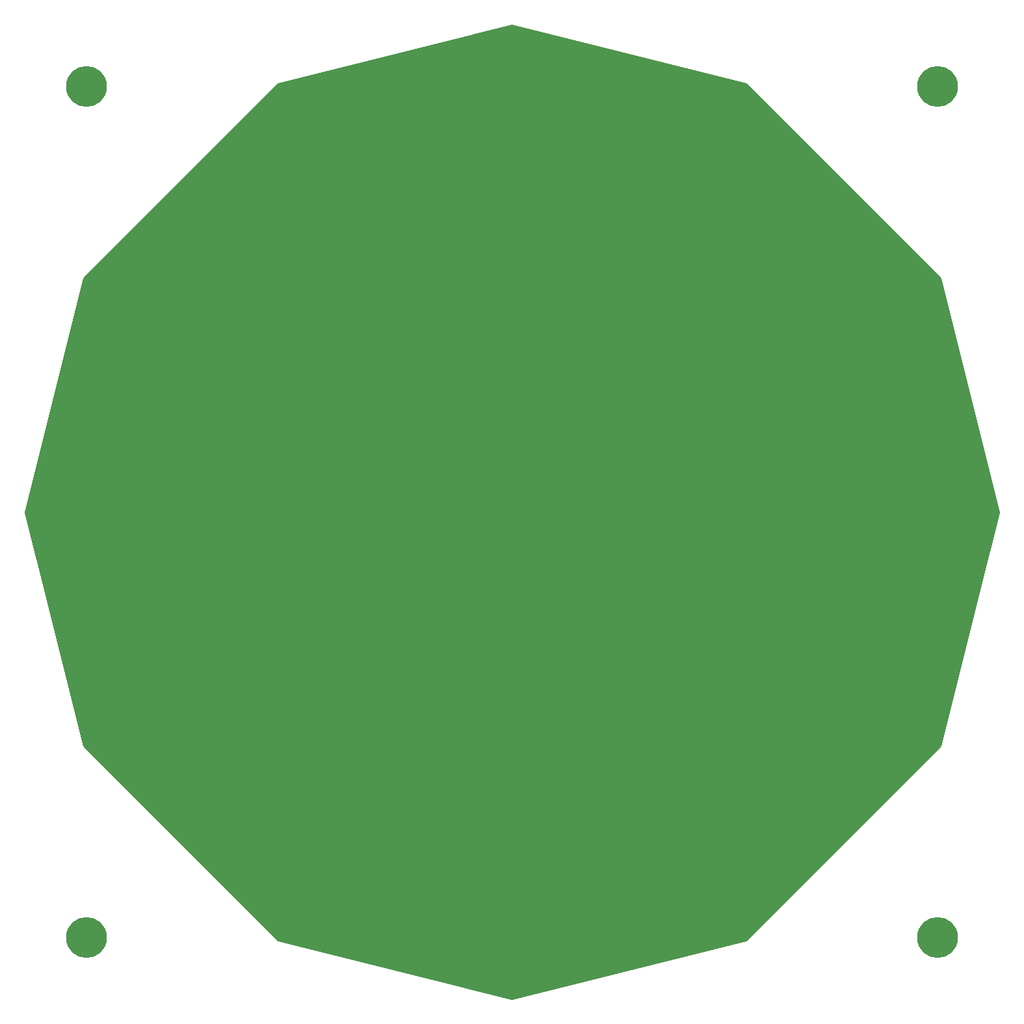
<source format=gbs>
G04 #@! TF.GenerationSoftware,KiCad,Pcbnew,(5.1.6)-1*
G04 #@! TF.CreationDate,2021-04-26T19:55:32-05:00*
G04 #@! TF.ProjectId,capstone-led,63617073-746f-46e6-952d-6c65642e6b69,rev?*
G04 #@! TF.SameCoordinates,Original*
G04 #@! TF.FileFunction,Soldermask,Bot*
G04 #@! TF.FilePolarity,Negative*
%FSLAX46Y46*%
G04 Gerber Fmt 4.6, Leading zero omitted, Abs format (unit mm)*
G04 Created by KiCad (PCBNEW (5.1.6)-1) date 2021-04-26 19:55:32*
%MOMM*%
%LPD*%
G01*
G04 APERTURE LIST*
%ADD10R,1.195000X1.390000*%
%ADD11R,1.430000X1.830000*%
%ADD12R,1.830000X1.430000*%
%ADD13R,1.390000X1.195000*%
%ADD14C,5.300000*%
%ADD15C,0.254000*%
G04 APERTURE END LIST*
G36*
G01*
X123472000Y-117420200D02*
X121892000Y-117420200D01*
G75*
G02*
X121832000Y-117360200I0J60000D01*
G01*
X121832000Y-116980200D01*
G75*
G02*
X121892000Y-116920200I60000J0D01*
G01*
X123472000Y-116920200D01*
G75*
G02*
X123532000Y-116980200I0J-60000D01*
G01*
X123532000Y-117360200D01*
G75*
G02*
X123472000Y-117420200I-60000J0D01*
G01*
G37*
G36*
G01*
X123472000Y-121484200D02*
X121892000Y-121484200D01*
G75*
G02*
X121832000Y-121424200I0J60000D01*
G01*
X121832000Y-121044200D01*
G75*
G02*
X121892000Y-120984200I60000J0D01*
G01*
X123472000Y-120984200D01*
G75*
G02*
X123532000Y-121044200I0J-60000D01*
G01*
X123532000Y-121424200D01*
G75*
G02*
X123472000Y-121484200I-60000J0D01*
G01*
G37*
G36*
G01*
X123472000Y-125548200D02*
X121892000Y-125548200D01*
G75*
G02*
X121832000Y-125488200I0J60000D01*
G01*
X121832000Y-125108200D01*
G75*
G02*
X121892000Y-125048200I60000J0D01*
G01*
X123472000Y-125048200D01*
G75*
G02*
X123532000Y-125108200I0J-60000D01*
G01*
X123532000Y-125488200D01*
G75*
G02*
X123472000Y-125548200I-60000J0D01*
G01*
G37*
G36*
G01*
X75181400Y-124946600D02*
X76761400Y-124946600D01*
G75*
G02*
X76821400Y-125006600I0J-60000D01*
G01*
X76821400Y-125386600D01*
G75*
G02*
X76761400Y-125446600I-60000J0D01*
G01*
X75181400Y-125446600D01*
G75*
G02*
X75121400Y-125386600I0J60000D01*
G01*
X75121400Y-125006600D01*
G75*
G02*
X75181400Y-124946600I60000J0D01*
G01*
G37*
G36*
G01*
X75181400Y-120882600D02*
X76761400Y-120882600D01*
G75*
G02*
X76821400Y-120942600I0J-60000D01*
G01*
X76821400Y-121322600D01*
G75*
G02*
X76761400Y-121382600I-60000J0D01*
G01*
X75181400Y-121382600D01*
G75*
G02*
X75121400Y-121322600I0J60000D01*
G01*
X75121400Y-120942600D01*
G75*
G02*
X75181400Y-120882600I60000J0D01*
G01*
G37*
G36*
G01*
X75181400Y-116818600D02*
X76761400Y-116818600D01*
G75*
G02*
X76821400Y-116878600I0J-60000D01*
G01*
X76821400Y-117258600D01*
G75*
G02*
X76761400Y-117318600I-60000J0D01*
G01*
X75181400Y-117318600D01*
G75*
G02*
X75121400Y-117258600I0J60000D01*
G01*
X75121400Y-116878600D01*
G75*
G02*
X75181400Y-116818600I60000J0D01*
G01*
G37*
G36*
G01*
X62361000Y-116156800D02*
X62361000Y-114576800D01*
G75*
G02*
X62421000Y-114516800I60000J0D01*
G01*
X62801000Y-114516800D01*
G75*
G02*
X62861000Y-114576800I0J-60000D01*
G01*
X62861000Y-116156800D01*
G75*
G02*
X62801000Y-116216800I-60000J0D01*
G01*
X62421000Y-116216800D01*
G75*
G02*
X62361000Y-116156800I0J60000D01*
G01*
G37*
G36*
G01*
X58297000Y-116156800D02*
X58297000Y-114576800D01*
G75*
G02*
X58357000Y-114516800I60000J0D01*
G01*
X58737000Y-114516800D01*
G75*
G02*
X58797000Y-114576800I0J-60000D01*
G01*
X58797000Y-116156800D01*
G75*
G02*
X58737000Y-116216800I-60000J0D01*
G01*
X58357000Y-116216800D01*
G75*
G02*
X58297000Y-116156800I0J60000D01*
G01*
G37*
G36*
G01*
X54233000Y-116156800D02*
X54233000Y-114576800D01*
G75*
G02*
X54293000Y-114516800I60000J0D01*
G01*
X54673000Y-114516800D01*
G75*
G02*
X54733000Y-114576800I0J-60000D01*
G01*
X54733000Y-116156800D01*
G75*
G02*
X54673000Y-116216800I-60000J0D01*
G01*
X54293000Y-116216800D01*
G75*
G02*
X54233000Y-116156800I0J60000D01*
G01*
G37*
G36*
G01*
X74291000Y-132356800D02*
X74291000Y-133936800D01*
G75*
G02*
X74231000Y-133996800I-60000J0D01*
G01*
X73851000Y-133996800D01*
G75*
G02*
X73791000Y-133936800I0J60000D01*
G01*
X73791000Y-132356800D01*
G75*
G02*
X73851000Y-132296800I60000J0D01*
G01*
X74231000Y-132296800D01*
G75*
G02*
X74291000Y-132356800I0J-60000D01*
G01*
G37*
G36*
G01*
X135733600Y-63776800D02*
X135733600Y-65356800D01*
G75*
G02*
X135673600Y-65416800I-60000J0D01*
G01*
X135293600Y-65416800D01*
G75*
G02*
X135233600Y-65356800I0J60000D01*
G01*
X135233600Y-63776800D01*
G75*
G02*
X135293600Y-63716800I60000J0D01*
G01*
X135673600Y-63716800D01*
G75*
G02*
X135733600Y-63776800I0J-60000D01*
G01*
G37*
G36*
G01*
X123141800Y-73224200D02*
X121561800Y-73224200D01*
G75*
G02*
X121501800Y-73164200I0J60000D01*
G01*
X121501800Y-72784200D01*
G75*
G02*
X121561800Y-72724200I60000J0D01*
G01*
X123141800Y-72724200D01*
G75*
G02*
X123201800Y-72784200I0J-60000D01*
G01*
X123201800Y-73164200D01*
G75*
G02*
X123141800Y-73224200I-60000J0D01*
G01*
G37*
G36*
G01*
X78380400Y-132356800D02*
X78380400Y-133936800D01*
G75*
G02*
X78320400Y-133996800I-60000J0D01*
G01*
X77940400Y-133996800D01*
G75*
G02*
X77880400Y-133936800I0J60000D01*
G01*
X77880400Y-132356800D01*
G75*
G02*
X77940400Y-132296800I60000J0D01*
G01*
X78320400Y-132296800D01*
G75*
G02*
X78380400Y-132356800I0J-60000D01*
G01*
G37*
G36*
G01*
X124083000Y-46586200D02*
X124083000Y-45006200D01*
G75*
G02*
X124143000Y-44946200I60000J0D01*
G01*
X124523000Y-44946200D01*
G75*
G02*
X124583000Y-45006200I0J-60000D01*
G01*
X124583000Y-46586200D01*
G75*
G02*
X124523000Y-46646200I-60000J0D01*
G01*
X124143000Y-46646200D01*
G75*
G02*
X124083000Y-46586200I0J60000D01*
G01*
G37*
G36*
G01*
X123141800Y-77186600D02*
X121561800Y-77186600D01*
G75*
G02*
X121501800Y-77126600I0J60000D01*
G01*
X121501800Y-76746600D01*
G75*
G02*
X121561800Y-76686600I60000J0D01*
G01*
X123141800Y-76686600D01*
G75*
G02*
X123201800Y-76746600I0J-60000D01*
G01*
X123201800Y-77126600D01*
G75*
G02*
X123141800Y-77186600I-60000J0D01*
G01*
G37*
G36*
G01*
X82368200Y-132356800D02*
X82368200Y-133936800D01*
G75*
G02*
X82308200Y-133996800I-60000J0D01*
G01*
X81928200Y-133996800D01*
G75*
G02*
X81868200Y-133936800I0J60000D01*
G01*
X81868200Y-132356800D01*
G75*
G02*
X81928200Y-132296800I60000J0D01*
G01*
X82308200Y-132296800D01*
G75*
G02*
X82368200Y-132356800I0J-60000D01*
G01*
G37*
G36*
G01*
X120019000Y-46586200D02*
X120019000Y-45006200D01*
G75*
G02*
X120079000Y-44946200I60000J0D01*
G01*
X120459000Y-44946200D01*
G75*
G02*
X120519000Y-45006200I0J-60000D01*
G01*
X120519000Y-46586200D01*
G75*
G02*
X120459000Y-46646200I-60000J0D01*
G01*
X120079000Y-46646200D01*
G75*
G02*
X120019000Y-46586200I0J60000D01*
G01*
G37*
G36*
G01*
X133125400Y-90731400D02*
X133125400Y-89151400D01*
G75*
G02*
X133185400Y-89091400I60000J0D01*
G01*
X133565400Y-89091400D01*
G75*
G02*
X133625400Y-89151400I0J-60000D01*
G01*
X133625400Y-90731400D01*
G75*
G02*
X133565400Y-90791400I-60000J0D01*
G01*
X133185400Y-90791400D01*
G75*
G02*
X133125400Y-90731400I0J60000D01*
G01*
G37*
G36*
G01*
X95246000Y-137995600D02*
X95246000Y-139575600D01*
G75*
G02*
X95186000Y-139635600I-60000J0D01*
G01*
X94806000Y-139635600D01*
G75*
G02*
X94746000Y-139575600I0J60000D01*
G01*
X94746000Y-137995600D01*
G75*
G02*
X94806000Y-137935600I60000J0D01*
G01*
X95186000Y-137935600D01*
G75*
G02*
X95246000Y-137995600I0J-60000D01*
G01*
G37*
G36*
G01*
X115980400Y-46586200D02*
X115980400Y-45006200D01*
G75*
G02*
X116040400Y-44946200I60000J0D01*
G01*
X116420400Y-44946200D01*
G75*
G02*
X116480400Y-45006200I0J-60000D01*
G01*
X116480400Y-46586200D01*
G75*
G02*
X116420400Y-46646200I-60000J0D01*
G01*
X116040400Y-46646200D01*
G75*
G02*
X115980400Y-46586200I0J60000D01*
G01*
G37*
G36*
G01*
X129086800Y-90731400D02*
X129086800Y-89151400D01*
G75*
G02*
X129146800Y-89091400I60000J0D01*
G01*
X129526800Y-89091400D01*
G75*
G02*
X129586800Y-89151400I0J-60000D01*
G01*
X129586800Y-90731400D01*
G75*
G02*
X129526800Y-90791400I-60000J0D01*
G01*
X129146800Y-90791400D01*
G75*
G02*
X129086800Y-90731400I0J60000D01*
G01*
G37*
G36*
G01*
X99310000Y-137995600D02*
X99310000Y-139575600D01*
G75*
G02*
X99250000Y-139635600I-60000J0D01*
G01*
X98870000Y-139635600D01*
G75*
G02*
X98810000Y-139575600I0J60000D01*
G01*
X98810000Y-137995600D01*
G75*
G02*
X98870000Y-137935600I60000J0D01*
G01*
X99250000Y-137935600D01*
G75*
G02*
X99310000Y-137995600I0J-60000D01*
G01*
G37*
G36*
G01*
X102823200Y-41912600D02*
X102823200Y-40332600D01*
G75*
G02*
X102883200Y-40272600I60000J0D01*
G01*
X103263200Y-40272600D01*
G75*
G02*
X103323200Y-40332600I0J-60000D01*
G01*
X103323200Y-41912600D01*
G75*
G02*
X103263200Y-41972600I-60000J0D01*
G01*
X102883200Y-41972600D01*
G75*
G02*
X102823200Y-41912600I0J60000D01*
G01*
G37*
G36*
G01*
X125022800Y-90731400D02*
X125022800Y-89151400D01*
G75*
G02*
X125082800Y-89091400I60000J0D01*
G01*
X125462800Y-89091400D01*
G75*
G02*
X125522800Y-89151400I0J-60000D01*
G01*
X125522800Y-90731400D01*
G75*
G02*
X125462800Y-90791400I-60000J0D01*
G01*
X125082800Y-90791400D01*
G75*
G02*
X125022800Y-90731400I0J60000D01*
G01*
G37*
G36*
G01*
X103374000Y-137995600D02*
X103374000Y-139575600D01*
G75*
G02*
X103314000Y-139635600I-60000J0D01*
G01*
X102934000Y-139635600D01*
G75*
G02*
X102874000Y-139575600I0J60000D01*
G01*
X102874000Y-137995600D01*
G75*
G02*
X102934000Y-137935600I60000J0D01*
G01*
X103314000Y-137935600D01*
G75*
G02*
X103374000Y-137995600I0J-60000D01*
G01*
G37*
G36*
G01*
X98810000Y-41912600D02*
X98810000Y-40332600D01*
G75*
G02*
X98870000Y-40272600I60000J0D01*
G01*
X99250000Y-40272600D01*
G75*
G02*
X99310000Y-40332600I0J-60000D01*
G01*
X99310000Y-41912600D01*
G75*
G02*
X99250000Y-41972600I-60000J0D01*
G01*
X98870000Y-41972600D01*
G75*
G02*
X98810000Y-41912600I0J60000D01*
G01*
G37*
G36*
G01*
X112881600Y-90731400D02*
X112881600Y-89151400D01*
G75*
G02*
X112941600Y-89091400I60000J0D01*
G01*
X113321600Y-89091400D01*
G75*
G02*
X113381600Y-89151400I0J-60000D01*
G01*
X113381600Y-90731400D01*
G75*
G02*
X113321600Y-90791400I-60000J0D01*
G01*
X112941600Y-90791400D01*
G75*
G02*
X112881600Y-90731400I0J60000D01*
G01*
G37*
G36*
G01*
X116302600Y-132407600D02*
X116302600Y-133987600D01*
G75*
G02*
X116242600Y-134047600I-60000J0D01*
G01*
X115862600Y-134047600D01*
G75*
G02*
X115802600Y-133987600I0J60000D01*
G01*
X115802600Y-132407600D01*
G75*
G02*
X115862600Y-132347600I60000J0D01*
G01*
X116242600Y-132347600D01*
G75*
G02*
X116302600Y-132407600I0J-60000D01*
G01*
G37*
G36*
G01*
X94746000Y-41912600D02*
X94746000Y-40332600D01*
G75*
G02*
X94806000Y-40272600I60000J0D01*
G01*
X95186000Y-40272600D01*
G75*
G02*
X95246000Y-40332600I0J-60000D01*
G01*
X95246000Y-41912600D01*
G75*
G02*
X95186000Y-41972600I-60000J0D01*
G01*
X94806000Y-41972600D01*
G75*
G02*
X94746000Y-41912600I0J60000D01*
G01*
G37*
G36*
G01*
X108792200Y-90731400D02*
X108792200Y-89151400D01*
G75*
G02*
X108852200Y-89091400I60000J0D01*
G01*
X109232200Y-89091400D01*
G75*
G02*
X109292200Y-89151400I0J-60000D01*
G01*
X109292200Y-90731400D01*
G75*
G02*
X109232200Y-90791400I-60000J0D01*
G01*
X108852200Y-90791400D01*
G75*
G02*
X108792200Y-90731400I0J60000D01*
G01*
G37*
G36*
G01*
X120392000Y-132407600D02*
X120392000Y-133987600D01*
G75*
G02*
X120332000Y-134047600I-60000J0D01*
G01*
X119952000Y-134047600D01*
G75*
G02*
X119892000Y-133987600I0J60000D01*
G01*
X119892000Y-132407600D01*
G75*
G02*
X119952000Y-132347600I60000J0D01*
G01*
X120332000Y-132347600D01*
G75*
G02*
X120392000Y-132407600I0J-60000D01*
G01*
G37*
G36*
G01*
X81665000Y-46764000D02*
X81665000Y-45184000D01*
G75*
G02*
X81725000Y-45124000I60000J0D01*
G01*
X82105000Y-45124000D01*
G75*
G02*
X82165000Y-45184000I0J-60000D01*
G01*
X82165000Y-46764000D01*
G75*
G02*
X82105000Y-46824000I-60000J0D01*
G01*
X81725000Y-46824000D01*
G75*
G02*
X81665000Y-46764000I0J60000D01*
G01*
G37*
G36*
G01*
X104753600Y-90731400D02*
X104753600Y-89151400D01*
G75*
G02*
X104813600Y-89091400I60000J0D01*
G01*
X105193600Y-89091400D01*
G75*
G02*
X105253600Y-89151400I0J-60000D01*
G01*
X105253600Y-90731400D01*
G75*
G02*
X105193600Y-90791400I-60000J0D01*
G01*
X104813600Y-90791400D01*
G75*
G02*
X104753600Y-90731400I0J60000D01*
G01*
G37*
G36*
G01*
X124430600Y-132407600D02*
X124430600Y-133987600D01*
G75*
G02*
X124370600Y-134047600I-60000J0D01*
G01*
X123990600Y-134047600D01*
G75*
G02*
X123930600Y-133987600I0J60000D01*
G01*
X123930600Y-132407600D01*
G75*
G02*
X123990600Y-132347600I60000J0D01*
G01*
X124370600Y-132347600D01*
G75*
G02*
X124430600Y-132407600I0J-60000D01*
G01*
G37*
G36*
G01*
X77677200Y-46764000D02*
X77677200Y-45184000D01*
G75*
G02*
X77737200Y-45124000I60000J0D01*
G01*
X78117200Y-45124000D01*
G75*
G02*
X78177200Y-45184000I0J-60000D01*
G01*
X78177200Y-46764000D01*
G75*
G02*
X78117200Y-46824000I-60000J0D01*
G01*
X77737200Y-46824000D01*
G75*
G02*
X77677200Y-46764000I0J60000D01*
G01*
G37*
G36*
G01*
X92612400Y-90731400D02*
X92612400Y-89151400D01*
G75*
G02*
X92672400Y-89091400I60000J0D01*
G01*
X93052400Y-89091400D01*
G75*
G02*
X93112400Y-89151400I0J-60000D01*
G01*
X93112400Y-90731400D01*
G75*
G02*
X93052400Y-90791400I-60000J0D01*
G01*
X92672400Y-90791400D01*
G75*
G02*
X92612400Y-90731400I0J60000D01*
G01*
G37*
G36*
G01*
X135708200Y-114551400D02*
X135708200Y-116131400D01*
G75*
G02*
X135648200Y-116191400I-60000J0D01*
G01*
X135268200Y-116191400D01*
G75*
G02*
X135208200Y-116131400I0J60000D01*
G01*
X135208200Y-114551400D01*
G75*
G02*
X135268200Y-114491400I60000J0D01*
G01*
X135648200Y-114491400D01*
G75*
G02*
X135708200Y-114551400I0J-60000D01*
G01*
G37*
G36*
G01*
X73587800Y-46764000D02*
X73587800Y-45184000D01*
G75*
G02*
X73647800Y-45124000I60000J0D01*
G01*
X74027800Y-45124000D01*
G75*
G02*
X74087800Y-45184000I0J-60000D01*
G01*
X74087800Y-46764000D01*
G75*
G02*
X74027800Y-46824000I-60000J0D01*
G01*
X73647800Y-46824000D01*
G75*
G02*
X73587800Y-46764000I0J60000D01*
G01*
G37*
G36*
G01*
X88523000Y-90731400D02*
X88523000Y-89151400D01*
G75*
G02*
X88583000Y-89091400I60000J0D01*
G01*
X88963000Y-89091400D01*
G75*
G02*
X89023000Y-89151400I0J-60000D01*
G01*
X89023000Y-90731400D01*
G75*
G02*
X88963000Y-90791400I-60000J0D01*
G01*
X88583000Y-90791400D01*
G75*
G02*
X88523000Y-90731400I0J60000D01*
G01*
G37*
G36*
G01*
X139797600Y-114551400D02*
X139797600Y-116131400D01*
G75*
G02*
X139737600Y-116191400I-60000J0D01*
G01*
X139357600Y-116191400D01*
G75*
G02*
X139297600Y-116131400I0J60000D01*
G01*
X139297600Y-114551400D01*
G75*
G02*
X139357600Y-114491400I60000J0D01*
G01*
X139737600Y-114491400D01*
G75*
G02*
X139797600Y-114551400I0J-60000D01*
G01*
G37*
G36*
G01*
X53996400Y-63776800D02*
X53996400Y-65356800D01*
G75*
G02*
X53936400Y-65416800I-60000J0D01*
G01*
X53556400Y-65416800D01*
G75*
G02*
X53496400Y-65356800I0J60000D01*
G01*
X53496400Y-63776800D01*
G75*
G02*
X53556400Y-63716800I60000J0D01*
G01*
X53936400Y-63716800D01*
G75*
G02*
X53996400Y-63776800I0J-60000D01*
G01*
G37*
G36*
G01*
X84509800Y-90731400D02*
X84509800Y-89151400D01*
G75*
G02*
X84569800Y-89091400I60000J0D01*
G01*
X84949800Y-89091400D01*
G75*
G02*
X85009800Y-89151400I0J-60000D01*
G01*
X85009800Y-90731400D01*
G75*
G02*
X84949800Y-90791400I-60000J0D01*
G01*
X84569800Y-90791400D01*
G75*
G02*
X84509800Y-90731400I0J60000D01*
G01*
G37*
G36*
G01*
X143836200Y-114551400D02*
X143836200Y-116131400D01*
G75*
G02*
X143776200Y-116191400I-60000J0D01*
G01*
X143396200Y-116191400D01*
G75*
G02*
X143336200Y-116131400I0J60000D01*
G01*
X143336200Y-114551400D01*
G75*
G02*
X143396200Y-114491400I60000J0D01*
G01*
X143776200Y-114491400D01*
G75*
G02*
X143836200Y-114551400I0J-60000D01*
G01*
G37*
G36*
G01*
X58035000Y-63776800D02*
X58035000Y-65356800D01*
G75*
G02*
X57975000Y-65416800I-60000J0D01*
G01*
X57595000Y-65416800D01*
G75*
G02*
X57535000Y-65356800I0J60000D01*
G01*
X57535000Y-63776800D01*
G75*
G02*
X57595000Y-63716800I60000J0D01*
G01*
X57975000Y-63716800D01*
G75*
G02*
X58035000Y-63776800I0J-60000D01*
G01*
G37*
G36*
G01*
X72343200Y-90731400D02*
X72343200Y-89151400D01*
G75*
G02*
X72403200Y-89091400I60000J0D01*
G01*
X72783200Y-89091400D01*
G75*
G02*
X72843200Y-89151400I0J-60000D01*
G01*
X72843200Y-90731400D01*
G75*
G02*
X72783200Y-90791400I-60000J0D01*
G01*
X72403200Y-90791400D01*
G75*
G02*
X72343200Y-90731400I0J60000D01*
G01*
G37*
G36*
G01*
X145868200Y-89151400D02*
X145868200Y-90731400D01*
G75*
G02*
X145808200Y-90791400I-60000J0D01*
G01*
X145428200Y-90791400D01*
G75*
G02*
X145368200Y-90731400I0J60000D01*
G01*
X145368200Y-89151400D01*
G75*
G02*
X145428200Y-89091400I60000J0D01*
G01*
X145808200Y-89091400D01*
G75*
G02*
X145868200Y-89151400I0J-60000D01*
G01*
G37*
G36*
G01*
X62099000Y-63776800D02*
X62099000Y-65356800D01*
G75*
G02*
X62039000Y-65416800I-60000J0D01*
G01*
X61659000Y-65416800D01*
G75*
G02*
X61599000Y-65356800I0J60000D01*
G01*
X61599000Y-63776800D01*
G75*
G02*
X61659000Y-63716800I60000J0D01*
G01*
X62039000Y-63716800D01*
G75*
G02*
X62099000Y-63776800I0J-60000D01*
G01*
G37*
G36*
G01*
X68279200Y-90731400D02*
X68279200Y-89151400D01*
G75*
G02*
X68339200Y-89091400I60000J0D01*
G01*
X68719200Y-89091400D01*
G75*
G02*
X68779200Y-89151400I0J-60000D01*
G01*
X68779200Y-90731400D01*
G75*
G02*
X68719200Y-90791400I-60000J0D01*
G01*
X68339200Y-90791400D01*
G75*
G02*
X68279200Y-90731400I0J60000D01*
G01*
G37*
G36*
G01*
X149881400Y-89151400D02*
X149881400Y-90731400D01*
G75*
G02*
X149821400Y-90791400I-60000J0D01*
G01*
X149441400Y-90791400D01*
G75*
G02*
X149381400Y-90731400I0J60000D01*
G01*
X149381400Y-89151400D01*
G75*
G02*
X149441400Y-89091400I60000J0D01*
G01*
X149821400Y-89091400D01*
G75*
G02*
X149881400Y-89151400I0J-60000D01*
G01*
G37*
G36*
G01*
X76685200Y-73224200D02*
X75105200Y-73224200D01*
G75*
G02*
X75045200Y-73164200I0J60000D01*
G01*
X75045200Y-72784200D01*
G75*
G02*
X75105200Y-72724200I60000J0D01*
G01*
X76685200Y-72724200D01*
G75*
G02*
X76745200Y-72784200I0J-60000D01*
G01*
X76745200Y-73164200D01*
G75*
G02*
X76685200Y-73224200I-60000J0D01*
G01*
G37*
G36*
G01*
X64240600Y-90731400D02*
X64240600Y-89151400D01*
G75*
G02*
X64300600Y-89091400I60000J0D01*
G01*
X64680600Y-89091400D01*
G75*
G02*
X64740600Y-89151400I0J-60000D01*
G01*
X64740600Y-90731400D01*
G75*
G02*
X64680600Y-90791400I-60000J0D01*
G01*
X64300600Y-90791400D01*
G75*
G02*
X64240600Y-90731400I0J60000D01*
G01*
G37*
G36*
G01*
X153894600Y-89151400D02*
X153894600Y-90731400D01*
G75*
G02*
X153834600Y-90791400I-60000J0D01*
G01*
X153454600Y-90791400D01*
G75*
G02*
X153394600Y-90731400I0J60000D01*
G01*
X153394600Y-89151400D01*
G75*
G02*
X153454600Y-89091400I60000J0D01*
G01*
X153834600Y-89091400D01*
G75*
G02*
X153894600Y-89151400I0J-60000D01*
G01*
G37*
G36*
G01*
X76685200Y-77212000D02*
X75105200Y-77212000D01*
G75*
G02*
X75045200Y-77152000I0J60000D01*
G01*
X75045200Y-76772000D01*
G75*
G02*
X75105200Y-76712000I60000J0D01*
G01*
X76685200Y-76712000D01*
G75*
G02*
X76745200Y-76772000I0J-60000D01*
G01*
X76745200Y-77152000D01*
G75*
G02*
X76685200Y-77212000I-60000J0D01*
G01*
G37*
G36*
G01*
X52023200Y-90731400D02*
X52023200Y-89151400D01*
G75*
G02*
X52083200Y-89091400I60000J0D01*
G01*
X52463200Y-89091400D01*
G75*
G02*
X52523200Y-89151400I0J-60000D01*
G01*
X52523200Y-90731400D01*
G75*
G02*
X52463200Y-90791400I-60000J0D01*
G01*
X52083200Y-90791400D01*
G75*
G02*
X52023200Y-90731400I0J60000D01*
G01*
G37*
G36*
G01*
X143361600Y-65356800D02*
X143361600Y-63776800D01*
G75*
G02*
X143421600Y-63716800I60000J0D01*
G01*
X143801600Y-63716800D01*
G75*
G02*
X143861600Y-63776800I0J-60000D01*
G01*
X143861600Y-65356800D01*
G75*
G02*
X143801600Y-65416800I-60000J0D01*
G01*
X143421600Y-65416800D01*
G75*
G02*
X143361600Y-65356800I0J60000D01*
G01*
G37*
G36*
G01*
X76685200Y-81276000D02*
X75105200Y-81276000D01*
G75*
G02*
X75045200Y-81216000I0J60000D01*
G01*
X75045200Y-80836000D01*
G75*
G02*
X75105200Y-80776000I60000J0D01*
G01*
X76685200Y-80776000D01*
G75*
G02*
X76745200Y-80836000I0J-60000D01*
G01*
X76745200Y-81216000D01*
G75*
G02*
X76685200Y-81276000I-60000J0D01*
G01*
G37*
G36*
G01*
X47984600Y-90731400D02*
X47984600Y-89151400D01*
G75*
G02*
X48044600Y-89091400I60000J0D01*
G01*
X48424600Y-89091400D01*
G75*
G02*
X48484600Y-89151400I0J-60000D01*
G01*
X48484600Y-90731400D01*
G75*
G02*
X48424600Y-90791400I-60000J0D01*
G01*
X48044600Y-90791400D01*
G75*
G02*
X47984600Y-90731400I0J60000D01*
G01*
G37*
G36*
G01*
X139297600Y-65356800D02*
X139297600Y-63776800D01*
G75*
G02*
X139357600Y-63716800I60000J0D01*
G01*
X139737600Y-63716800D01*
G75*
G02*
X139797600Y-63776800I0J-60000D01*
G01*
X139797600Y-65356800D01*
G75*
G02*
X139737600Y-65416800I-60000J0D01*
G01*
X139357600Y-65416800D01*
G75*
G02*
X139297600Y-65356800I0J60000D01*
G01*
G37*
G36*
G01*
X121561800Y-80725200D02*
X123141800Y-80725200D01*
G75*
G02*
X123201800Y-80785200I0J-60000D01*
G01*
X123201800Y-81165200D01*
G75*
G02*
X123141800Y-81225200I-60000J0D01*
G01*
X121561800Y-81225200D01*
G75*
G02*
X121501800Y-81165200I0J60000D01*
G01*
X121501800Y-80785200D01*
G75*
G02*
X121561800Y-80725200I60000J0D01*
G01*
G37*
G36*
G01*
X43946000Y-90731400D02*
X43946000Y-89151400D01*
G75*
G02*
X44006000Y-89091400I60000J0D01*
G01*
X44386000Y-89091400D01*
G75*
G02*
X44446000Y-89151400I0J-60000D01*
G01*
X44446000Y-90731400D01*
G75*
G02*
X44386000Y-90791400I-60000J0D01*
G01*
X44006000Y-90791400D01*
G75*
G02*
X43946000Y-90731400I0J60000D01*
G01*
G37*
D10*
X116419840Y-121928240D03*
X116419840Y-120538240D03*
X117614840Y-121928240D03*
X117614840Y-120538240D03*
X118809840Y-121928240D03*
X118809840Y-120538240D03*
X120004840Y-121928240D03*
X120004840Y-120538240D03*
X82258960Y-120432160D03*
X82258960Y-121822160D03*
X81063960Y-120432160D03*
X81063960Y-121822160D03*
X79868960Y-120432160D03*
X79868960Y-121822160D03*
X78673960Y-120432160D03*
X78673960Y-121822160D03*
X110146040Y-121928240D03*
X110146040Y-120538240D03*
X111341040Y-121928240D03*
X111341040Y-120538240D03*
X112536040Y-121928240D03*
X112536040Y-120538240D03*
X113731040Y-121928240D03*
X113731040Y-120538240D03*
X88558160Y-120438560D03*
X88558160Y-121828560D03*
X87363160Y-120438560D03*
X87363160Y-121828560D03*
X86168160Y-120438560D03*
X86168160Y-121828560D03*
X84973160Y-120438560D03*
X84973160Y-121828560D03*
D11*
X143913860Y-67869400D03*
X145341340Y-67869400D03*
X126062740Y-57733600D03*
X124635260Y-57733600D03*
X103426260Y-56718800D03*
X104853740Y-56718800D03*
X77188060Y-61570200D03*
X78615540Y-61570200D03*
X52016660Y-80163000D03*
X53444140Y-80163000D03*
X145341340Y-76504200D03*
X143913860Y-76504200D03*
X124635260Y-61392400D03*
X126062740Y-61392400D03*
X98346260Y-56718800D03*
X99773740Y-56718800D03*
X72108060Y-61570200D03*
X73535540Y-61570200D03*
D12*
X79426400Y-72621140D03*
X79426400Y-71193660D03*
D11*
X143913860Y-80162400D03*
X145341340Y-80162400D03*
X119555260Y-61392400D03*
X120982740Y-61392400D03*
X93266260Y-56718800D03*
X94693740Y-56718800D03*
X62176660Y-68098000D03*
X63604140Y-68098000D03*
D12*
X87832600Y-71193660D03*
X87832600Y-72621140D03*
D11*
X114449860Y-61391800D03*
X115877340Y-61391800D03*
X82242660Y-49505200D03*
X83670140Y-49505200D03*
X63604140Y-76504200D03*
X62176660Y-76504200D03*
D12*
X91491400Y-72621140D03*
X91491400Y-71193660D03*
D11*
X133753860Y-80163000D03*
X135181340Y-80163000D03*
X103413460Y-44653800D03*
X104840940Y-44653800D03*
X83670140Y-57911400D03*
X82242660Y-57911400D03*
X62176660Y-80163000D03*
X63604140Y-80163000D03*
D12*
X91491400Y-77701140D03*
X91491400Y-76273660D03*
D11*
X124635260Y-49098800D03*
X126062740Y-49098800D03*
X104853740Y-53060000D03*
X103426260Y-53060000D03*
X82268060Y-61570200D03*
X83695540Y-61570200D03*
X57096660Y-80163000D03*
X58524140Y-80163000D03*
D12*
X91491400Y-82781140D03*
X91491400Y-81353660D03*
X118821200Y-81277460D03*
X118821200Y-82704940D03*
D11*
X135130540Y-101878800D03*
X133703060Y-101878800D03*
X113408460Y-105537600D03*
X114835940Y-105537600D03*
X88084660Y-105537600D03*
X89512140Y-105537600D03*
X62735460Y-105537000D03*
X64162940Y-105537000D03*
D12*
X110414400Y-82704940D03*
X110414400Y-81277460D03*
D11*
X133703060Y-105537600D03*
X135130540Y-105537600D03*
X83004660Y-105537000D03*
X84432140Y-105537000D03*
X52600860Y-93244000D03*
X54028340Y-93244000D03*
D12*
X106755600Y-81277460D03*
X106755600Y-82704940D03*
D11*
X128623060Y-105537600D03*
X130050540Y-105537600D03*
X103248460Y-105537600D03*
X104675940Y-105537600D03*
X72895460Y-93244000D03*
X74322940Y-93244000D03*
X54028340Y-101878800D03*
X52600860Y-101878800D03*
D12*
X106755600Y-76197460D03*
X106755600Y-77624940D03*
D11*
X123543060Y-105537600D03*
X124970540Y-105537600D03*
X93164660Y-93244000D03*
X94592140Y-93244000D03*
X74322940Y-101878800D03*
X72895460Y-101878800D03*
X52600860Y-105537000D03*
X54028340Y-105537000D03*
D12*
X106755600Y-71168260D03*
X106755600Y-72595740D03*
D11*
X94592140Y-101878800D03*
X93164660Y-101878800D03*
X72895460Y-105537000D03*
X74322940Y-105537000D03*
X47520860Y-105537000D03*
X48948340Y-105537000D03*
X133703060Y-93244000D03*
X135130540Y-93244000D03*
X114835940Y-101878800D03*
X113408460Y-101878800D03*
X93164660Y-105537600D03*
X94592140Y-105537600D03*
X67815460Y-105537000D03*
X69242940Y-105537000D03*
X42440860Y-105537000D03*
X43868340Y-105537000D03*
X62913260Y-118669400D03*
X64340740Y-118669400D03*
X83924140Y-145109600D03*
X82496660Y-145109600D03*
X103426260Y-154407200D03*
X104853740Y-154407200D03*
X119428260Y-148793800D03*
X120855740Y-148793800D03*
X133753860Y-130937000D03*
X135181340Y-130937000D03*
X64340740Y-127304200D03*
X62913260Y-127304200D03*
X82496660Y-148768400D03*
X83924140Y-148768400D03*
X98346260Y-154407200D03*
X99773740Y-154407200D03*
X114348260Y-148793800D03*
X115775740Y-148793800D03*
X153984860Y-93244000D03*
X155412340Y-93244000D03*
X145265140Y-101878800D03*
X143837660Y-101878800D03*
X93279060Y-44653800D03*
X94706540Y-44653800D03*
X53444140Y-76504200D03*
X52016660Y-76504200D03*
X123543060Y-93244000D03*
X124970540Y-93244000D03*
X84432140Y-101878800D03*
X83004660Y-101878800D03*
X62913260Y-130963000D03*
X64340740Y-130963000D03*
X77416660Y-148768400D03*
X78844140Y-148768400D03*
X93266260Y-154407200D03*
X94693740Y-154407200D03*
X143913860Y-118644000D03*
X145341340Y-118644000D03*
X155425140Y-101878800D03*
X153997660Y-101878800D03*
X135176260Y-76504200D03*
X133748780Y-76504200D03*
X94693740Y-53060000D03*
X93266260Y-53060000D03*
D12*
X79426400Y-82781140D03*
X79426400Y-81353660D03*
D11*
X124970540Y-101878800D03*
X123543060Y-101878800D03*
X62735460Y-93244000D03*
X64162940Y-93244000D03*
X57833260Y-130963000D03*
X59260740Y-130963000D03*
X72336660Y-148768400D03*
X73764140Y-148768400D03*
X124508260Y-136500200D03*
X125935740Y-136500200D03*
X145341340Y-127278800D03*
X143913860Y-127278800D03*
X153997660Y-105537600D03*
X155425140Y-105537600D03*
X133748880Y-67862800D03*
X135176360Y-67862800D03*
X72108060Y-49505200D03*
X73535540Y-49505200D03*
D12*
X87832600Y-81328260D03*
X87832600Y-82755740D03*
D11*
X103273860Y-93244000D03*
X104701340Y-93244000D03*
X64162940Y-101878800D03*
X62735460Y-101878800D03*
X103426260Y-142113600D03*
X104853740Y-142113600D03*
X125935740Y-145135000D03*
X124508260Y-145135000D03*
X143913860Y-130937000D03*
X145341340Y-130937000D03*
X148892260Y-105537600D03*
X150319740Y-105537600D03*
X114475260Y-49098800D03*
X115902740Y-49098800D03*
X73535540Y-57911400D03*
X72108060Y-57911400D03*
D12*
X119049200Y-71168260D03*
X119049200Y-72595740D03*
D11*
X104688740Y-101878800D03*
X103261260Y-101878800D03*
X42440860Y-93244000D03*
X43868340Y-93244000D03*
X82496660Y-136474800D03*
X83924140Y-136474800D03*
X104828340Y-150748400D03*
X103400860Y-150748400D03*
X124508260Y-148793800D03*
X125935740Y-148793800D03*
X138833860Y-130937600D03*
X140261340Y-130937600D03*
X143837660Y-105537600D03*
X145265140Y-105537600D03*
X115877340Y-57733600D03*
X114449860Y-57733600D03*
X52016660Y-68097400D03*
X53444140Y-68097400D03*
D12*
X110414400Y-72593100D03*
X110414400Y-71165620D03*
D11*
X83004660Y-93244000D03*
X84432140Y-93244000D03*
X43868340Y-101878800D03*
X42440860Y-101878800D03*
D13*
X57852960Y-124370040D03*
X59242960Y-124370040D03*
X57852960Y-125565040D03*
X59242960Y-125565040D03*
X57852960Y-126760040D03*
X59242960Y-126760040D03*
X57852960Y-127955040D03*
X59242960Y-127955040D03*
X140241640Y-77153560D03*
X138851640Y-77153560D03*
X140241640Y-75958560D03*
X138851640Y-75958560D03*
X140241640Y-74763560D03*
X138851640Y-74763560D03*
X140241640Y-73568560D03*
X138851640Y-73568560D03*
D10*
X109765040Y-77605240D03*
X109765040Y-76215240D03*
X110960040Y-77605240D03*
X110960040Y-76215240D03*
X112155040Y-77605240D03*
X112155040Y-76215240D03*
X113350040Y-77605240D03*
X113350040Y-76215240D03*
D13*
X57852960Y-118020040D03*
X59242960Y-118020040D03*
X57852960Y-119215040D03*
X59242960Y-119215040D03*
X57852960Y-120410040D03*
X59242960Y-120410040D03*
X57852960Y-121605040D03*
X59242960Y-121605040D03*
X138853560Y-67220040D03*
X140243560Y-67220040D03*
X138853560Y-68415040D03*
X140243560Y-68415040D03*
X138853560Y-69610040D03*
X140243560Y-69610040D03*
X138853560Y-70805040D03*
X140243560Y-70805040D03*
D10*
X119698560Y-76217160D03*
X119698560Y-77607160D03*
X118503560Y-76217160D03*
X118503560Y-77607160D03*
X117308560Y-76217160D03*
X117308560Y-77607160D03*
X116113560Y-76217160D03*
X116113560Y-77607160D03*
D13*
X77436360Y-142175440D03*
X78826360Y-142175440D03*
X77436360Y-143370440D03*
X78826360Y-143370440D03*
X77436360Y-144565440D03*
X78826360Y-144565440D03*
X77436360Y-145760440D03*
X78826360Y-145760440D03*
X120963040Y-58382960D03*
X119573040Y-58382960D03*
X120963040Y-57187960D03*
X119573040Y-57187960D03*
X120963040Y-55992960D03*
X119573040Y-55992960D03*
X120963040Y-54797960D03*
X119573040Y-54797960D03*
X130030840Y-102528160D03*
X128640840Y-102528160D03*
X130030840Y-101333160D03*
X128640840Y-101333160D03*
X130030840Y-100138160D03*
X128640840Y-100138160D03*
X130030840Y-98943160D03*
X128640840Y-98943160D03*
X77436360Y-135825440D03*
X78826360Y-135825440D03*
X77436360Y-137020440D03*
X78826360Y-137020440D03*
X77436360Y-138215440D03*
X78826360Y-138215440D03*
X77436360Y-139410440D03*
X78826360Y-139410440D03*
X120963040Y-52032960D03*
X119573040Y-52032960D03*
X120963040Y-50837960D03*
X119573040Y-50837960D03*
X120963040Y-49642960D03*
X119573040Y-49642960D03*
X120963040Y-48447960D03*
X119573040Y-48447960D03*
X130030840Y-96178160D03*
X128640840Y-96178160D03*
X130030840Y-94983160D03*
X128640840Y-94983160D03*
X130030840Y-93788160D03*
X128640840Y-93788160D03*
X130030840Y-92593160D03*
X128640840Y-92593160D03*
X98365960Y-147814240D03*
X99755960Y-147814240D03*
X98365960Y-149009240D03*
X99755960Y-149009240D03*
X98365960Y-150204240D03*
X99755960Y-150204240D03*
X98365960Y-151399240D03*
X99755960Y-151399240D03*
X99754040Y-53709360D03*
X98364040Y-53709360D03*
X99754040Y-52514360D03*
X98364040Y-52514360D03*
X99754040Y-51319360D03*
X98364040Y-51319360D03*
X99754040Y-50124360D03*
X98364040Y-50124360D03*
X109736240Y-102528160D03*
X108346240Y-102528160D03*
X109736240Y-101333160D03*
X108346240Y-101333160D03*
X109736240Y-100138160D03*
X108346240Y-100138160D03*
X109736240Y-98943160D03*
X108346240Y-98943160D03*
X98365960Y-141464240D03*
X99755960Y-141464240D03*
X98365960Y-142659240D03*
X99755960Y-142659240D03*
X98365960Y-143854240D03*
X99755960Y-143854240D03*
X98365960Y-145049240D03*
X99755960Y-145049240D03*
X99754040Y-47359360D03*
X98364040Y-47359360D03*
X99754040Y-46164360D03*
X98364040Y-46164360D03*
X99754040Y-44969360D03*
X98364040Y-44969360D03*
X99754040Y-43774360D03*
X98364040Y-43774360D03*
X109736240Y-96178160D03*
X108346240Y-96178160D03*
X109736240Y-94983160D03*
X108346240Y-94983160D03*
X109736240Y-93788160D03*
X108346240Y-93788160D03*
X109736240Y-92593160D03*
X108346240Y-92593160D03*
X119447960Y-142200840D03*
X120837960Y-142200840D03*
X119447960Y-143395840D03*
X120837960Y-143395840D03*
X119447960Y-144590840D03*
X120837960Y-144590840D03*
X119447960Y-145785840D03*
X120837960Y-145785840D03*
X89492440Y-102528160D03*
X88102440Y-102528160D03*
X89492440Y-101333160D03*
X88102440Y-101333160D03*
X89492440Y-100138160D03*
X88102440Y-100138160D03*
X89492440Y-98943160D03*
X88102440Y-98943160D03*
X119447960Y-135850840D03*
X120837960Y-135850840D03*
X119447960Y-137045840D03*
X120837960Y-137045840D03*
X119447960Y-138240840D03*
X120837960Y-138240840D03*
X119447960Y-139435840D03*
X120837960Y-139435840D03*
X78595840Y-52210760D03*
X77205840Y-52210760D03*
X78595840Y-51015760D03*
X77205840Y-51015760D03*
X78595840Y-49820760D03*
X77205840Y-49820760D03*
X78595840Y-48625760D03*
X77205840Y-48625760D03*
X89492440Y-96178160D03*
X88102440Y-96178160D03*
X89492440Y-94983160D03*
X88102440Y-94983160D03*
X89492440Y-93788160D03*
X88102440Y-93788160D03*
X89492440Y-92593160D03*
X88102440Y-92593160D03*
X138853560Y-124344640D03*
X140243560Y-124344640D03*
X138853560Y-125539640D03*
X140243560Y-125539640D03*
X138853560Y-126734640D03*
X140243560Y-126734640D03*
X138853560Y-127929640D03*
X140243560Y-127929640D03*
X57116360Y-73570040D03*
X58506360Y-73570040D03*
X57116360Y-74765040D03*
X58506360Y-74765040D03*
X57116360Y-75960040D03*
X58506360Y-75960040D03*
X57116360Y-77155040D03*
X58506360Y-77155040D03*
X69223240Y-102528160D03*
X67833240Y-102528160D03*
X69223240Y-101333160D03*
X67833240Y-101333160D03*
X69223240Y-100138160D03*
X67833240Y-100138160D03*
X69223240Y-98943160D03*
X67833240Y-98943160D03*
D11*
X108328460Y-105537600D03*
X109755940Y-105537600D03*
D13*
X138853560Y-117994640D03*
X140243560Y-117994640D03*
X138853560Y-119189640D03*
X140243560Y-119189640D03*
X138853560Y-120384640D03*
X140243560Y-120384640D03*
X138853560Y-121579640D03*
X140243560Y-121579640D03*
X57116360Y-67220040D03*
X58506360Y-67220040D03*
X57116360Y-68415040D03*
X58506360Y-68415040D03*
X57116360Y-69610040D03*
X58506360Y-69610040D03*
X57116360Y-70805040D03*
X58506360Y-70805040D03*
X69223240Y-96178160D03*
X67833240Y-96178160D03*
X69223240Y-94983160D03*
X67833240Y-94983160D03*
X69223240Y-93788160D03*
X67833240Y-93788160D03*
X69223240Y-92593160D03*
X67833240Y-92593160D03*
X148937360Y-98944640D03*
X150327360Y-98944640D03*
X148937360Y-100139640D03*
X150327360Y-100139640D03*
X148937360Y-101334640D03*
X150327360Y-101334640D03*
X148937360Y-102529640D03*
X150327360Y-102529640D03*
D10*
X84898440Y-77681440D03*
X84898440Y-76291440D03*
X86093440Y-77681440D03*
X86093440Y-76291440D03*
X87288440Y-77681440D03*
X87288440Y-76291440D03*
X88483440Y-77681440D03*
X88483440Y-76291440D03*
D13*
X48928640Y-102528160D03*
X47538640Y-102528160D03*
X48928640Y-101333160D03*
X47538640Y-101333160D03*
X48928640Y-100138160D03*
X47538640Y-100138160D03*
X48928640Y-98943160D03*
X47538640Y-98943160D03*
X148937360Y-92594640D03*
X150327360Y-92594640D03*
X148937360Y-93789640D03*
X150327360Y-93789640D03*
X148937360Y-94984640D03*
X150327360Y-94984640D03*
X148937360Y-96179640D03*
X150327360Y-96179640D03*
D10*
X78548440Y-77681440D03*
X78548440Y-76291440D03*
X79743440Y-77681440D03*
X79743440Y-76291440D03*
X80938440Y-77681440D03*
X80938440Y-76291440D03*
X82133440Y-77681440D03*
X82133440Y-76291440D03*
D13*
X48928640Y-96178160D03*
X47538640Y-96178160D03*
X48928640Y-94983160D03*
X47538640Y-94983160D03*
X48928640Y-93788160D03*
X47538640Y-93788160D03*
X48928640Y-92593160D03*
X47538640Y-92593160D03*
D11*
X143837660Y-93244000D03*
X145265140Y-93244000D03*
X135181340Y-127278800D03*
X133753860Y-127278800D03*
X133753860Y-118644000D03*
X135181340Y-118644000D03*
X115775740Y-145135000D03*
X114348260Y-145135000D03*
X114348260Y-136500200D03*
X115775740Y-136500200D03*
X94693740Y-150748400D03*
X93266260Y-150748400D03*
X93266260Y-142113600D03*
X94693740Y-142113600D03*
X73764140Y-145109600D03*
X72336660Y-145109600D03*
X72336660Y-136474800D03*
X73764140Y-136474800D03*
X54178200Y-127310800D03*
X52750720Y-127310800D03*
D12*
X87934200Y-125498860D03*
X87934200Y-126926340D03*
X79299400Y-126926340D03*
X79299400Y-125498860D03*
X110719200Y-116867940D03*
X110719200Y-115440460D03*
X119354000Y-115440460D03*
X119354000Y-116867940D03*
X91593000Y-126951740D03*
X91593000Y-125524260D03*
X91593000Y-121846340D03*
X91593000Y-120418860D03*
X91593000Y-116766340D03*
X91593000Y-115338860D03*
X87934200Y-115338860D03*
X87934200Y-116766340D03*
X79299400Y-116766340D03*
X79299400Y-115338860D03*
X107060400Y-115440460D03*
X107060400Y-116867940D03*
X107060400Y-120520460D03*
X107060400Y-121947940D03*
X107060400Y-125600460D03*
X107060400Y-127027940D03*
X110719200Y-127027940D03*
X110719200Y-125600460D03*
X119354000Y-125600460D03*
X119354000Y-127027940D03*
D11*
X113408460Y-93244000D03*
X114835940Y-93244000D03*
D13*
X78595840Y-58560760D03*
X77205840Y-58560760D03*
X78595840Y-57365760D03*
X77205840Y-57365760D03*
X78595840Y-56170760D03*
X77205840Y-56170760D03*
X78595840Y-54975760D03*
X77205840Y-54975760D03*
D11*
X52753260Y-130963000D03*
X54180740Y-130963000D03*
X138833860Y-80163000D03*
X140261340Y-80163000D03*
X52750720Y-118668800D03*
X54178200Y-118668800D03*
D14*
X43637200Y-154482800D03*
X154457400Y-154457400D03*
X154457400Y-43662600D03*
X43637200Y-43637200D03*
D15*
G36*
X129475070Y-43294676D02*
G01*
X154825324Y-68644930D01*
X162429092Y-99060000D01*
X154825324Y-129475070D01*
X129475070Y-154825324D01*
X99060000Y-162429092D01*
X68644930Y-154825324D01*
X43294676Y-129475070D01*
X35690909Y-99060000D01*
X43294676Y-68644930D01*
X68644930Y-43294676D01*
X99060000Y-35690909D01*
X129475070Y-43294676D01*
G37*
X129475070Y-43294676D02*
X154825324Y-68644930D01*
X162429092Y-99060000D01*
X154825324Y-129475070D01*
X129475070Y-154825324D01*
X99060000Y-162429092D01*
X68644930Y-154825324D01*
X43294676Y-129475070D01*
X35690909Y-99060000D01*
X43294676Y-68644930D01*
X68644930Y-43294676D01*
X99060000Y-35690909D01*
X129475070Y-43294676D01*
M02*

</source>
